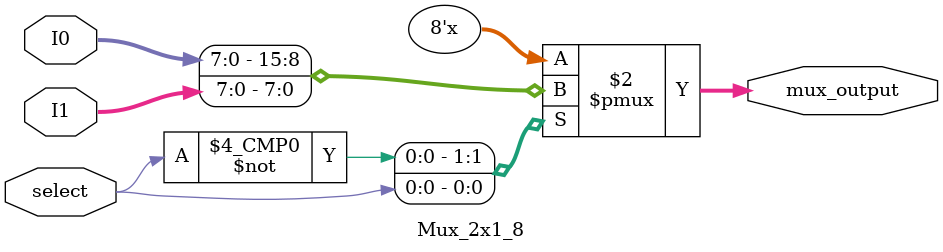
<source format=v>
module Mux_2x1_8 (select, I0, I1, mux_output);
	
	
	
	input select;
	input  [7:0] I0, I1;
	output reg [7:0] mux_output;
	
	always @(*)
		begin
			case (select)
				
				0:	mux_output = I0;
				1:	mux_output = I1;
			
			endcase
		end
endmodule
	
</source>
